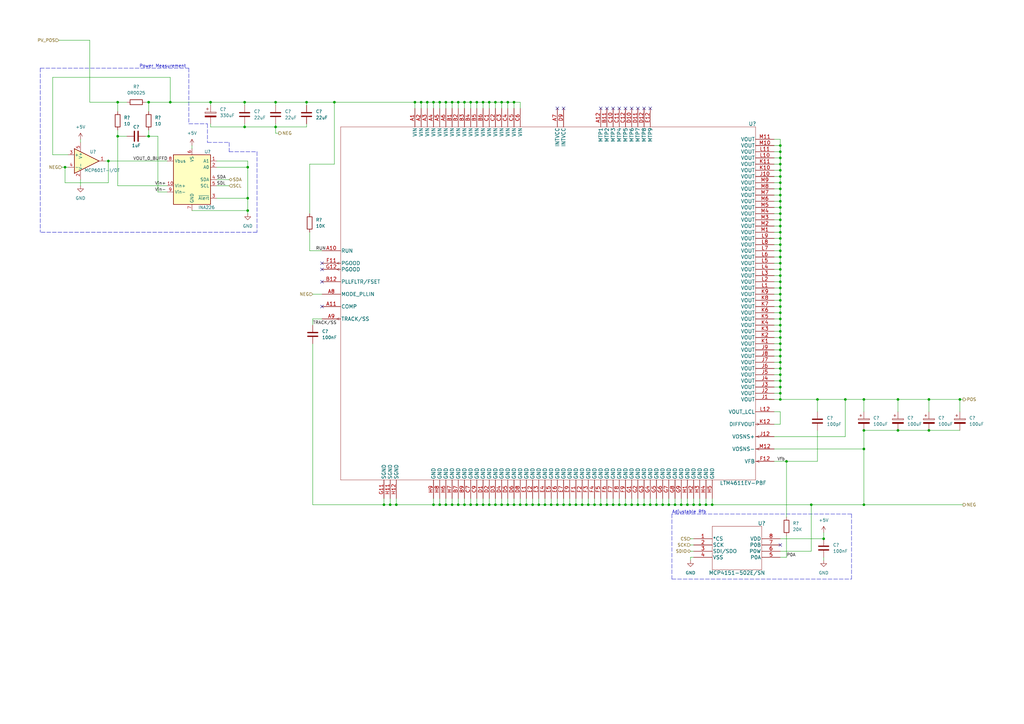
<source format=kicad_sch>
(kicad_sch (version 20211123) (generator eeschema)
  (paper "A3")
  (lib_symbols
    (symbol "Amplifier_Operational:MCP601-xOT" (pin_names (offset 0.127))
      (property "Reference" "U" (at -1.27 6.35 0))
      (property "Value" "MCP601-xOT" (at -1.27 3.81 0))
      (symbol "MCP601-xOT_0_1"
        (polyline (pts (xy -5.08 5.08) (xy 5.08 0) (xy -5.08 -5.08) (xy -5.08 5.08)) (stroke (width 0.254)) (fill (type background)))
        (pin power_in line (at -2.54 -7.62 90) (length 3.81) (name "V-") (number "2"))
        (pin power_in line (at -2.54 7.62 270) (length 3.81) (name "V+") (number "5"))
      )
      (symbol "MCP601-xOT_1_1"
        (pin output line (at 7.62 0 180) (length 2.54) (name "~") (number "1"))
        (pin input line (at -7.62 2.54 0) (length 2.54) (name "+") (number "3"))
        (pin input line (at -7.62 -2.54 0) (length 2.54) (name "-") (number "4"))
      )
    )
    (symbol "Analog_ADC:INA226"
      (property "Reference" "U" (at -6.35 11.43 0))
      (property "Value" "INA226" (at 3.81 11.43 0))
      (symbol "INA226_0_1"
        (rectangle (start 7.62 10.16) (end -7.62 -10.16) (stroke (width 0.254)) (fill (type background)))
      )
      (symbol "INA226_1_1"
        (pin input line (at 10.16 7.62 180) (length 2.54) (name "A1") (number "1"))
        (pin input line (at -10.16 -2.54 0) (length 2.54) (name "Vin+") (number "10"))
        (pin input line (at 10.16 5.08 180) (length 2.54) (name "A0") (number "2"))
        (pin open_collector line (at 10.16 -7.62 180) (length 2.54) (name "~{Alert}") (number "3"))
        (pin bidirectional line (at 10.16 0 180) (length 2.54) (name "SDA") (number "4"))
        (pin input line (at 10.16 -2.54 180) (length 2.54) (name "SCL") (number "5"))
        (pin power_in line (at 0 12.7 270) (length 2.54) (name "VS") (number "6"))
        (pin power_in line (at 0 -12.7 90) (length 2.54) (name "GND") (number "7"))
        (pin input line (at -10.16 7.62 0) (length 2.54) (name "Vbus") (number "8"))
        (pin input line (at -10.16 -5.08 0) (length 2.54) (name "Vin-") (number "9"))
      )
    )
    (symbol "Device:C" (pin_numbers hide) (pin_names (offset 0.254))
      (property "Reference" "C" (at 0.635 2.54 0))
      (property "Value" "C" (at 0.635 -2.54 0))
      (symbol "C_0_1"
        (polyline (pts (xy -2.032 -0.762) (xy 2.032 -0.762)) (stroke (width 0.508)))
        (polyline (pts (xy -2.032 0.762) (xy 2.032 0.762)) (stroke (width 0.508)))
      )
      (symbol "C_1_1"
        (pin passive line (at 0 3.81 270) (length 2.794) (name "~") (number "1"))
        (pin passive line (at 0 -3.81 90) (length 2.794) (name "~") (number "2"))
      )
    )
    (symbol "Device:C_Polarized" (pin_numbers hide) (pin_names (offset 0.254))
      (property "Reference" "C" (at 0.635 2.54 0))
      (property "Value" "C_Polarized" (at 0.635 -2.54 0))
      (symbol "C_Polarized_0_1"
        (rectangle (start -2.286 0.508) (end 2.286 1.016))
        (polyline (pts (xy -1.778 2.286) (xy -0.762 2.286)))
        (polyline (pts (xy -1.27 2.794) (xy -1.27 1.778)))
        (rectangle (start 2.286 -0.508) (end -2.286 -1.016) (fill (type outline)))
      )
      (symbol "C_Polarized_1_1"
        (pin passive line (at 0 3.81 270) (length 2.794) (name "~") (number "1"))
        (pin passive line (at 0 -3.81 90) (length 2.794) (name "~") (number "2"))
      )
    )
    (symbol "Device:R" (pin_numbers hide) (pin_names (offset 0))
      (property "Reference" "R" (at 2.032 0 90))
      (property "Value" "R" (at 0 0 90))
      (symbol "R_0_1"
        (rectangle (start -1.016 -2.54) (end 1.016 2.54) (stroke (width 0.254)))
      )
      (symbol "R_1_1"
        (pin passive line (at 0 3.81 270) (length 1.27) (name "~") (number "1"))
        (pin passive line (at 0 -3.81 90) (length 1.27) (name "~") (number "2"))
      )
    )
    (symbol "LTM4611EV:LTM4611EV-PBF" (pin_names (offset 0.254))
      (property "Reference" "U" (at 7.62 55.88 0))
      (property "Value" "LTM4611EV-PBF" (at 7.62 53.34 0))
      (symbol "LTM4611EV-PBF_1_1"
        (polyline (pts (xy 7.112 -28.448) (xy 6.0452 -27.94)) (stroke (width 0.127)))
        (polyline (pts (xy 7.112 -27.432) (xy 6.0452 -27.94)) (stroke (width 0.127)))
        (polyline (pts (xy 7.112 -8.128) (xy 6.0452 -7.62)) (stroke (width 0.127)))
        (polyline (pts (xy 7.112 -7.112) (xy 6.0452 -7.62)) (stroke (width 0.127)))
        (polyline (pts (xy 7.112 -5.588) (xy 6.0452 -5.08)) (stroke (width 0.127)))
        (polyline (pts (xy 7.112 -4.572) (xy 6.0452 -5.08)) (stroke (width 0.127)))
        (polyline (pts (xy 7.62 -93.98) (xy 177.8 -93.98)) (stroke (width 0.127)))
        (polyline (pts (xy 7.62 50.8) (xy 7.62 -93.98)) (stroke (width 0.127)))
        (polyline (pts (xy 177.8 -93.98) (xy 177.8 50.8)) (stroke (width 0.127)))
        (polyline (pts (xy 177.8 50.8) (xy 7.62 50.8)) (stroke (width 0.127)))
        (polyline (pts (xy 178.308 -86.36) (xy 179.3748 -86.868)) (stroke (width 0.127)))
        (polyline (pts (xy 178.308 -86.36) (xy 179.3748 -85.852)) (stroke (width 0.127)))
        (polyline (pts (xy 178.308 -81.28) (xy 179.3748 -81.788)) (stroke (width 0.127)))
        (polyline (pts (xy 178.308 -81.28) (xy 179.3748 -80.772)) (stroke (width 0.127)))
        (polyline (pts (xy 178.308 -76.2) (xy 179.3748 -76.708)) (stroke (width 0.127)))
        (polyline (pts (xy 178.308 -76.2) (xy 179.3748 -75.692)) (stroke (width 0.127)))
        (polyline (pts (xy 178.308 -71.628) (xy 179.3748 -71.12)) (stroke (width 0.127)))
        (polyline (pts (xy 178.308 -70.612) (xy 179.3748 -71.12)) (stroke (width 0.127)))
        (pin power_in line (at 38.1 58.42 270) (length 7.62) (name "VIN") (number "A1"))
        (pin unspecified line (at 0 0 0) (length 7.62) (name "RUN") (number "A10"))
        (pin unspecified line (at 0 -22.86 0) (length 7.62) (name "COMP") (number "A11"))
        (pin unspecified line (at 114.3 58.42 270) (length 7.62) (name "MTP1") (number "A12"))
        (pin power_in line (at 40.64 58.42 270) (length 7.62) (name "VIN") (number "A2"))
        (pin power_in line (at 43.18 58.42 270) (length 7.62) (name "VIN") (number "A3"))
        (pin power_in line (at 45.72 58.42 270) (length 7.62) (name "VIN") (number "A4"))
        (pin power_in line (at 48.26 58.42 270) (length 7.62) (name "VIN") (number "A5"))
        (pin power_in line (at 50.8 58.42 270) (length 7.62) (name "VIN") (number "A6"))
        (pin power_in line (at 96.52 58.42 270) (length 7.62) (name "INTVCC") (number "A7"))
        (pin unspecified line (at 0 -17.78 0) (length 7.62) (name "MODE_PLLIN") (number "A8"))
        (pin output line (at 0 -27.94 0) (length 7.62) (name "TRACK/SS") (number "A9"))
        (pin power_in line (at 53.34 58.42 270) (length 7.62) (name "VIN") (number "B1"))
        (pin unspecified line (at 116.84 58.42 270) (length 7.62) (name "MTP2") (number "B11"))
        (pin unspecified line (at 0 -12.7 0) (length 7.62) (name "PLLFLTR/FSET") (number "B12"))
        (pin power_in line (at 55.88 58.42 270) (length 7.62) (name "VIN") (number "B2"))
        (pin power_in line (at 58.42 58.42 270) (length 7.62) (name "VIN") (number "B3"))
        (pin power_in line (at 60.96 58.42 270) (length 7.62) (name "VIN") (number "B4"))
        (pin power_in line (at 63.5 58.42 270) (length 7.62) (name "VIN") (number "B5"))
        (pin power_in line (at 66.04 58.42 270) (length 7.62) (name "VIN") (number "B6"))
        (pin power_in line (at 55.88 -101.6 90) (length 7.62) (name "GND") (number "B7"))
        (pin power_in line (at 58.42 -101.6 90) (length 7.62) (name "GND") (number "B9"))
        (pin power_in line (at 68.58 58.42 270) (length 7.62) (name "VIN") (number "C1"))
        (pin unspecified line (at 119.38 58.42 270) (length 7.62) (name "MTP3") (number "C10"))
        (pin unspecified line (at 121.92 58.42 270) (length 7.62) (name "MTP4") (number "C11"))
        (pin unspecified line (at 124.46 58.42 270) (length 7.62) (name "MTP5") (number "C12"))
        (pin power_in line (at 71.12 58.42 270) (length 7.62) (name "VIN") (number "C2"))
        (pin power_in line (at 73.66 58.42 270) (length 7.62) (name "VIN") (number "C3"))
        (pin power_in line (at 76.2 58.42 270) (length 7.62) (name "VIN") (number "C4"))
        (pin power_in line (at 78.74 58.42 270) (length 7.62) (name "VIN") (number "C5"))
        (pin power_in line (at 81.28 58.42 270) (length 7.62) (name "VIN") (number "C6"))
        (pin power_in line (at 60.96 -101.6 90) (length 7.62) (name "GND") (number "C7"))
        (pin power_in line (at 63.5 -101.6 90) (length 7.62) (name "GND") (number "C9"))
        (pin power_in line (at 66.04 -101.6 90) (length 7.62) (name "GND") (number "D1"))
        (pin unspecified line (at 127 58.42 270) (length 7.62) (name "MTP6") (number "D10"))
        (pin unspecified line (at 129.54 58.42 270) (length 7.62) (name "MTP7") (number "D11"))
        (pin unspecified line (at 132.08 58.42 270) (length 7.62) (name "MTP8") (number "D12"))
        (pin power_in line (at 68.58 -101.6 90) (length 7.62) (name "GND") (number "D2"))
        (pin power_in line (at 71.12 -101.6 90) (length 7.62) (name "GND") (number "D3"))
        (pin power_in line (at 73.66 -101.6 90) (length 7.62) (name "GND") (number "D4"))
        (pin power_in line (at 76.2 -101.6 90) (length 7.62) (name "GND") (number "D5"))
        (pin power_in line (at 78.74 -101.6 90) (length 7.62) (name "GND") (number "D6"))
        (pin power_in line (at 81.28 -101.6 90) (length 7.62) (name "GND") (number "D8"))
        (pin power_in line (at 99.06 58.42 270) (length 7.62) (name "INTVCC") (number "D9"))
        (pin power_in line (at 83.82 -101.6 90) (length 7.62) (name "GND") (number "E1"))
        (pin unspecified line (at 134.62 58.42 270) (length 7.62) (name "MTP9") (number "E12"))
        (pin power_in line (at 86.36 -101.6 90) (length 7.62) (name "GND") (number "E2"))
        (pin power_in line (at 88.9 -101.6 90) (length 7.62) (name "GND") (number "E3"))
        (pin power_in line (at 91.44 -101.6 90) (length 7.62) (name "GND") (number "E4"))
        (pin power_in line (at 93.98 -101.6 90) (length 7.62) (name "GND") (number "E5"))
        (pin power_in line (at 96.52 -101.6 90) (length 7.62) (name "GND") (number "E6"))
        (pin power_in line (at 99.06 -101.6 90) (length 7.62) (name "GND") (number "E7"))
        (pin power_in line (at 101.6 -101.6 90) (length 7.62) (name "GND") (number "E9"))
        (pin power_in line (at 104.14 -101.6 90) (length 7.62) (name "GND") (number "F1"))
        (pin output line (at 0 -5.08 0) (length 7.62) (name "PGOOD") (number "F11"))
        (pin input line (at 185.42 -86.36 180) (length 7.62) (name "VFB") (number "F12"))
        (pin power_in line (at 106.68 -101.6 90) (length 7.62) (name "GND") (number "F2"))
        (pin power_in line (at 109.22 -101.6 90) (length 7.62) (name "GND") (number "F3"))
        (pin power_in line (at 111.76 -101.6 90) (length 7.62) (name "GND") (number "F4"))
        (pin power_in line (at 114.3 -101.6 90) (length 7.62) (name "GND") (number "F5"))
        (pin power_in line (at 116.84 -101.6 90) (length 7.62) (name "GND") (number "F6"))
        (pin power_in line (at 119.38 -101.6 90) (length 7.62) (name "GND") (number "F7"))
        (pin power_in line (at 121.92 -101.6 90) (length 7.62) (name "GND") (number "F8"))
        (pin power_in line (at 124.46 -101.6 90) (length 7.62) (name "GND") (number "F9"))
        (pin power_in line (at 127 -101.6 90) (length 7.62) (name "GND") (number "G1"))
        (pin power_in line (at 25.4 -101.6 90) (length 7.62) (name "SGND") (number "G11"))
        (pin output line (at 0 -7.62 0) (length 7.62) (name "PGOOD") (number "G12"))
        (pin power_in line (at 129.54 -101.6 90) (length 7.62) (name "GND") (number "G2"))
        (pin power_in line (at 132.08 -101.6 90) (length 7.62) (name "GND") (number "G3"))
        (pin power_in line (at 134.62 -101.6 90) (length 7.62) (name "GND") (number "G4"))
        (pin power_in line (at 137.16 -101.6 90) (length 7.62) (name "GND") (number "G5"))
        (pin power_in line (at 139.7 -101.6 90) (length 7.62) (name "GND") (number "G6"))
        (pin power_in line (at 142.24 -101.6 90) (length 7.62) (name "GND") (number "G7"))
        (pin power_in line (at 144.78 -101.6 90) (length 7.62) (name "GND") (number "G8"))
        (pin power_in line (at 147.32 -101.6 90) (length 7.62) (name "GND") (number "G9"))
        (pin power_in line (at 149.86 -101.6 90) (length 7.62) (name "GND") (number "H1"))
        (pin power_in line (at 27.94 -101.6 90) (length 7.62) (name "SGND") (number "H11"))
        (pin power_in line (at 30.48 -101.6 90) (length 7.62) (name "SGND") (number "H12"))
        (pin power_in line (at 152.4 -101.6 90) (length 7.62) (name "GND") (number "H2"))
        (pin power_in line (at 154.94 -101.6 90) (length 7.62) (name "GND") (number "H3"))
        (pin power_in line (at 157.48 -101.6 90) (length 7.62) (name "GND") (number "H4"))
        (pin power_in line (at 160.02 -101.6 90) (length 7.62) (name "GND") (number "H5"))
        (pin power_in line (at 50.8 -101.6 90) (length 7.62) (name "GND") (number "H6"))
        (pin power_in line (at 53.34 -101.6 90) (length 7.62) (name "GND") (number "H7"))
        (pin power_in line (at 48.26 -101.6 90) (length 7.62) (name "GND") (number "H8"))
        (pin power_in line (at 45.72 -101.6 90) (length 7.62) (name "GND") (number "H9"))
        (pin power_in line (at 185.42 -60.96 180) (length 7.62) (name "VOUT") (number "J1"))
        (pin power_in line (at 185.42 30.48 180) (length 7.62) (name "VOUT") (number "J10"))
        (pin input line (at 185.42 -76.2 180) (length 7.62) (name "VOSNS+") (number "J12"))
        (pin power_in line (at 185.42 -58.42 180) (length 7.62) (name "VOUT") (number "J2"))
        (pin power_in line (at 185.42 -55.88 180) (length 7.62) (name "VOUT") (number "J3"))
        (pin power_in line (at 185.42 -53.34 180) (length 7.62) (name "VOUT") (number "J4"))
        (pin power_in line (at 185.42 -50.8 180) (length 7.62) (name "VOUT") (number "J5"))
        (pin power_in line (at 185.42 -48.26 180) (length 7.62) (name "VOUT") (number "J6"))
        (pin power_in line (at 185.42 -45.72 180) (length 7.62) (name "VOUT") (number "J7"))
        (pin power_in line (at 185.42 -43.18 180) (length 7.62) (name "VOUT") (number "J8"))
        (pin power_in line (at 185.42 -40.64 180) (length 7.62) (name "VOUT") (number "J9"))
        (pin power_in line (at 185.42 -38.1 180) (length 7.62) (name "VOUT") (number "K1"))
        (pin power_in line (at 185.42 33.02 180) (length 7.62) (name "VOUT") (number "K10"))
        (pin power_in line (at 185.42 35.56 180) (length 7.62) (name "VOUT") (number "K11"))
        (pin output line (at 185.42 -71.12 180) (length 7.62) (name "DIFFVOUT") (number "K12"))
        (pin power_in line (at 185.42 -35.56 180) (length 7.62) (name "VOUT") (number "K2"))
        (pin power_in line (at 185.42 -33.02 180) (length 7.62) (name "VOUT") (number "K3"))
        (pin power_in line (at 185.42 -30.48 180) (length 7.62) (name "VOUT") (number "K4"))
        (pin power_in line (at 185.42 -27.94 180) (length 7.62) (name "VOUT") (number "K5"))
        (pin power_in line (at 185.42 -25.4 180) (length 7.62) (name "VOUT") (number "K6"))
        (pin power_in line (at 185.42 -22.86 180) (length 7.62) (name "VOUT") (number "K7"))
        (pin power_in line (at 185.42 -20.32 180) (length 7.62) (name "VOUT") (number "K8"))
        (pin power_in line (at 185.42 -17.78 180) (length 7.62) (name "VOUT") (number "K9"))
        (pin power_in line (at 185.42 -15.24 180) (length 7.62) (name "VOUT") (number "L1"))
        (pin power_in line (at 185.42 38.1 180) (length 7.62) (name "VOUT") (number "L10"))
        (pin power_in line (at 185.42 40.64 180) (length 7.62) (name "VOUT") (number "L11"))
        (pin power_in line (at 185.42 -66.04 180) (length 7.62) (name "VOUT_LCL") (number "L12"))
        (pin power_in line (at 185.42 -12.7 180) (length 7.62) (name "VOUT") (number "L2"))
        (pin power_in line (at 185.42 -10.16 180) (length 7.62) (name "VOUT") (number "L3"))
        (pin power_in line (at 185.42 -7.62 180) (length 7.62) (name "VOUT") (number "L4"))
        (pin power_in line (at 185.42 -5.08 180) (length 7.62) (name "VOUT") (number "L5"))
        (pin power_in line (at 185.42 -2.54 180) (length 7.62) (name "VOUT") (number "L6"))
        (pin power_in line (at 185.42 0 180) (length 7.62) (name "VOUT") (number "L7"))
        (pin power_in line (at 185.42 2.54 180) (length 7.62) (name "VOUT") (number "L8"))
        (pin power_in line (at 185.42 5.08 180) (length 7.62) (name "VOUT") (number "L9"))
        (pin power_in line (at 185.42 7.62 180) (length 7.62) (name "VOUT") (number "M1"))
        (pin power_in line (at 185.42 43.18 180) (length 7.62) (name "VOUT") (number "M10"))
        (pin power_in line (at 185.42 45.72 180) (length 7.62) (name "VOUT") (number "M11"))
        (pin input line (at 185.42 -81.28 180) (length 7.62) (name "VOSNS-") (number "M12"))
        (pin power_in line (at 185.42 10.16 180) (length 7.62) (name "VOUT") (number "M2"))
        (pin power_in line (at 185.42 12.7 180) (length 7.62) (name "VOUT") (number "M3"))
        (pin power_in line (at 185.42 15.24 180) (length 7.62) (name "VOUT") (number "M4"))
        (pin power_in line (at 185.42 17.78 180) (length 7.62) (name "VOUT") (number "M5"))
        (pin power_in line (at 185.42 20.32 180) (length 7.62) (name "VOUT") (number "M6"))
        (pin power_in line (at 185.42 22.86 180) (length 7.62) (name "VOUT") (number "M7"))
        (pin power_in line (at 185.42 25.4 180) (length 7.62) (name "VOUT") (number "M8"))
        (pin power_in line (at 185.42 27.94 180) (length 7.62) (name "VOUT") (number "M9"))
      )
    )
    (symbol "MCP4151:MCP4151-502E{slash}SN" (pin_names (offset 0.254))
      (property "Reference" "U?" (at 48.26 11.43 0))
      (property "Value" "MCP4151-502E/SN" (at 48.26 7.62 0))
      (symbol "MCP4151-502E{slash}SN_1_1"
        (polyline (pts (xy 38.1 -12.7) (xy 58.42 -12.7)) (stroke (width 0.127)))
        (polyline (pts (xy 38.1 5.08) (xy 38.1 -12.7)) (stroke (width 0.127)))
        (polyline (pts (xy 58.42 -12.7) (xy 58.42 5.08)) (stroke (width 0.127)))
        (polyline (pts (xy 58.42 5.08) (xy 38.1 5.08)) (stroke (width 0.127)))
        (pin unspecified line (at 30.48 0 0) (length 7.62) (name "*CS") (number "1"))
        (pin unspecified line (at 30.48 -2.54 0) (length 7.62) (name "SCK") (number "2"))
        (pin unspecified line (at 30.48 -5.08 0) (length 7.62) (name "SDI/SDO") (number "3"))
        (pin unspecified line (at 30.48 -7.62 0) (length 7.62) (name "VSS") (number "4"))
        (pin unspecified line (at 66.04 -7.62 180) (length 7.62) (name "P0A") (number "5"))
        (pin unspecified line (at 66.04 -5.08 180) (length 7.62) (name "P0W") (number "6"))
        (pin unspecified line (at 66.04 -2.54 180) (length 7.62) (name "P0B") (number "7"))
        (pin unspecified line (at 66.04 0 180) (length 7.62) (name "VDD") (number "8"))
      )
    )
    (symbol "power:+5V" (power) (pin_names (offset 0))
      (property "Value" "+5V" (at 0 3.556 0))
      (symbol "+5V_0_1"
        (polyline (pts (xy -0.762 1.27) (xy 0 2.54)))
        (polyline (pts (xy 0 0) (xy 0 2.54)))
        (polyline (pts (xy 0 2.54) (xy 0.762 1.27)))
      )
      (symbol "+5V_1_1"
        (pin power_in line (at 0 0 90) (length 0) hide (name "+5V") (number "1"))
      )
    )
    (symbol "power:GND" (power) (pin_names (offset 0))
      (property "Value" "GND" (at 0 -3.81 0))
      (symbol "GND_0_1"
        (polyline (pts (xy 0 0) (xy 0 -1.27) (xy 1.27 -1.27) (xy 0 -2.54) (xy -1.27 -1.27) (xy 0 -1.27)))
      )
      (symbol "GND_1_1"
        (pin power_in line (at 0 0 270) (length 0) hide (name "GND") (number "1"))
      )
    )
  )
  (junction (at 289.56 207.01))
  (junction (at 320.04 80.01))
  (junction (at 320.04 140.97))
  (junction (at 281.94 207.01))
  (junction (at 195.58 41.91))
  (junction (at 200.66 41.91))
  (junction (at 368.3 163.83))
  (junction (at 198.12 207.01))
  (junction (at 100.33 41.91))
  (junction (at 208.28 207.01))
  (junction (at 259.08 207.01))
  (junction (at 320.04 118.11))
  (junction (at 346.71 163.83))
  (junction (at 241.3 207.01))
  (junction (at 320.04 138.43))
  (junction (at 26.67 68.58))
  (junction (at 261.62 207.01))
  (junction (at 205.74 41.91))
  (junction (at 284.48 207.01))
  (junction (at 203.2 41.91))
  (junction (at 320.04 123.19))
  (junction (at 320.04 143.51))
  (junction (at 101.6 81.28))
  (junction (at 170.18 41.91))
  (junction (at 248.92 207.01))
  (junction (at 264.16 207.01))
  (junction (at 320.04 115.57))
  (junction (at 160.02 207.01))
  (junction (at 254 207.01))
  (junction (at 172.72 41.91))
  (junction (at 187.96 41.91))
  (junction (at 320.04 82.55))
  (junction (at 190.5 207.01))
  (junction (at 279.4 207.01))
  (junction (at 320.04 146.05))
  (junction (at 320.04 95.25))
  (junction (at 292.1 207.01))
  (junction (at 354.33 207.01))
  (junction (at 60.96 55.88))
  (junction (at 60.96 41.91))
  (junction (at 100.33 52.07))
  (junction (at 182.88 207.01))
  (junction (at 276.86 207.01))
  (junction (at 162.56 207.01))
  (junction (at 320.04 74.93))
  (junction (at 195.58 207.01))
  (junction (at 320.04 64.77))
  (junction (at 210.82 41.91))
  (junction (at 320.04 110.49))
  (junction (at 320.04 92.71))
  (junction (at 243.84 207.01))
  (junction (at 213.36 207.01))
  (junction (at 251.46 207.01))
  (junction (at 320.04 163.83))
  (junction (at 218.44 207.01))
  (junction (at 320.04 135.89))
  (junction (at 320.04 120.65))
  (junction (at 198.12 41.91))
  (junction (at 320.04 125.73))
  (junction (at 271.78 207.01))
  (junction (at 226.06 207.01))
  (junction (at 320.04 148.59))
  (junction (at 320.04 156.21))
  (junction (at 48.26 41.91))
  (junction (at 193.04 41.91))
  (junction (at 320.04 97.79))
  (junction (at 180.34 41.91))
  (junction (at 182.88 41.91))
  (junction (at 332.74 207.01))
  (junction (at 320.04 67.31))
  (junction (at 231.14 207.01))
  (junction (at 320.04 87.63))
  (junction (at 101.6 68.58))
  (junction (at 354.33 163.83))
  (junction (at 266.7 207.01))
  (junction (at 320.04 77.47))
  (junction (at 256.54 207.01))
  (junction (at 48.26 55.88))
  (junction (at 320.04 62.23))
  (junction (at 233.68 207.01))
  (junction (at 381 163.83))
  (junction (at 44.45 66.04))
  (junction (at 320.04 85.09))
  (junction (at 320.04 72.39))
  (junction (at 223.52 207.01))
  (junction (at 320.04 113.03))
  (junction (at 269.24 207.01))
  (junction (at 190.5 41.91))
  (junction (at 320.04 102.87))
  (junction (at 320.04 151.13))
  (junction (at 274.32 207.01))
  (junction (at 69.85 41.91))
  (junction (at 320.04 90.17))
  (junction (at 320.04 153.67))
  (junction (at 175.26 41.91))
  (junction (at 381 176.53))
  (junction (at 208.28 41.91))
  (junction (at 185.42 207.01))
  (junction (at 236.22 207.01))
  (junction (at 320.04 128.27))
  (junction (at 322.58 189.23))
  (junction (at 320.04 59.69))
  (junction (at 320.04 158.75))
  (junction (at 320.04 133.35))
  (junction (at 393.7 163.83))
  (junction (at 177.8 207.01))
  (junction (at 337.82 220.98))
  (junction (at 137.16 41.91))
  (junction (at 228.6 207.01))
  (junction (at 101.6 86.36))
  (junction (at 320.04 105.41))
  (junction (at 125.73 41.91))
  (junction (at 320.04 69.85))
  (junction (at 113.03 52.07))
  (junction (at 86.36 41.91))
  (junction (at 203.2 207.01))
  (junction (at 177.8 41.91))
  (junction (at 287.02 207.01))
  (junction (at 157.48 207.01))
  (junction (at 113.03 41.91))
  (junction (at 187.96 207.01))
  (junction (at 320.04 100.33))
  (junction (at 180.34 207.01))
  (junction (at 320.04 161.29))
  (junction (at 193.04 207.01))
  (junction (at 200.66 207.01))
  (junction (at 368.3 176.53))
  (junction (at 238.76 207.01))
  (junction (at 320.04 107.95))
  (junction (at 220.98 207.01))
  (junction (at 185.42 41.91))
  (junction (at 354.33 184.15))
  (junction (at 215.9 207.01))
  (junction (at 246.38 207.01))
  (junction (at 320.04 130.81))
  (junction (at 205.74 207.01))
  (junction (at 354.33 176.53))
  (junction (at 335.28 163.83))
  (junction (at 210.82 207.01))
  (no_connect (at 264.16 44.45))
  (no_connect (at 266.7 44.45))
  (no_connect (at 261.62 44.45))
  (no_connect (at 259.08 44.45))
  (no_connect (at 132.08 110.49))
  (no_connect (at 231.14 44.45))
  (no_connect (at 132.08 115.57))
  (no_connect (at 320.04 223.52))
  (no_connect (at 132.08 125.73))
  (no_connect (at 256.54 44.45))
  (no_connect (at 251.46 44.45))
  (no_connect (at 132.08 107.95))
  (no_connect (at 254 44.45))
  (no_connect (at 248.92 44.45))
  (no_connect (at 228.6 44.45))
  (no_connect (at 246.38 44.45))
  (wire (pts (xy 251.46 207.01) (xy 254 207.01)))
  (wire (pts (xy 320.04 72.39) (xy 320.04 74.93)))
  (wire (pts (xy 317.5 62.23) (xy 320.04 62.23)))
  (wire (pts (xy 317.5 130.81) (xy 320.04 130.81)))
  (wire (pts (xy 264.16 204.47) (xy 264.16 207.01)))
  (wire (pts (xy 86.36 41.91) (xy 86.36 43.18)))
  (wire (pts (xy 317.5 110.49) (xy 320.04 110.49)))
  (wire (pts (xy 177.8 207.01) (xy 162.56 207.01)))
  (wire (pts (xy 266.7 207.01) (xy 269.24 207.01)))
  (wire (pts (xy 320.04 85.09) (xy 320.04 87.63)))
  (polyline (pts (xy 16.51 27.94) (xy 16.51 95.25)))
  (wire (pts (xy 33.02 57.15) (xy 33.02 58.42)))
  (wire (pts (xy 21.59 63.5) (xy 27.94 63.5)))
  (wire (pts (xy 320.04 130.81) (xy 320.04 133.35)))
  (wire (pts (xy 335.28 163.83) (xy 335.28 168.91)))
  (wire (pts (xy 48.26 55.88) (xy 52.07 55.88)))
  (wire (pts (xy 320.04 153.67) (xy 320.04 156.21)))
  (wire (pts (xy 317.5 184.15) (xy 354.33 184.15)))
  (wire (pts (xy 113.03 50.8) (xy 113.03 52.07)))
  (wire (pts (xy 320.04 123.19) (xy 320.04 125.73)))
  (wire (pts (xy 335.28 176.53) (xy 335.28 189.23)))
  (wire (pts (xy 113.03 41.91) (xy 113.03 43.18)))
  (wire (pts (xy 320.04 115.57) (xy 320.04 118.11)))
  (wire (pts (xy 317.5 153.67) (xy 320.04 153.67)))
  (wire (pts (xy 125.73 41.91) (xy 125.73 43.18)))
  (wire (pts (xy 88.9 76.2) (xy 93.98 76.2)))
  (wire (pts (xy 223.52 207.01) (xy 226.06 207.01)))
  (wire (pts (xy 193.04 41.91) (xy 195.58 41.91)))
  (wire (pts (xy 113.03 52.07) (xy 113.03 54.61)))
  (wire (pts (xy 317.5 64.77) (xy 320.04 64.77)))
  (wire (pts (xy 317.5 133.35) (xy 320.04 133.35)))
  (wire (pts (xy 320.04 59.69) (xy 320.04 62.23)))
  (wire (pts (xy 48.26 76.2) (xy 48.26 55.88)))
  (wire (pts (xy 320.04 90.17) (xy 320.04 92.71)))
  (wire (pts (xy 86.36 41.91) (xy 100.33 41.91)))
  (wire (pts (xy 210.82 204.47) (xy 210.82 207.01)))
  (wire (pts (xy 317.5 57.15) (xy 320.04 57.15)))
  (wire (pts (xy 64.77 55.88) (xy 60.96 55.88)))
  (wire (pts (xy 100.33 52.07) (xy 113.03 52.07)))
  (wire (pts (xy 259.08 204.47) (xy 259.08 207.01)))
  (wire (pts (xy 320.04 62.23) (xy 320.04 64.77)))
  (wire (pts (xy 317.5 120.65) (xy 320.04 120.65)))
  (wire (pts (xy 317.5 156.21) (xy 320.04 156.21)))
  (wire (pts (xy 320.04 118.11) (xy 320.04 120.65)))
  (wire (pts (xy 354.33 176.53) (xy 368.3 176.53)))
  (wire (pts (xy 180.34 207.01) (xy 182.88 207.01)))
  (wire (pts (xy 254 204.47) (xy 254 207.01)))
  (wire (pts (xy 317.5 67.31) (xy 320.04 67.31)))
  (wire (pts (xy 317.5 173.99) (xy 320.04 173.99)))
  (wire (pts (xy 128.27 140.97) (xy 128.27 207.01)))
  (wire (pts (xy 269.24 207.01) (xy 271.78 207.01)))
  (wire (pts (xy 205.74 204.47) (xy 205.74 207.01)))
  (wire (pts (xy 205.74 41.91) (xy 208.28 41.91)))
  (wire (pts (xy 266.7 204.47) (xy 266.7 207.01)))
  (wire (pts (xy 208.28 204.47) (xy 208.28 207.01)))
  (wire (pts (xy 190.5 204.47) (xy 190.5 207.01)))
  (wire (pts (xy 320.04 87.63) (xy 320.04 90.17)))
  (wire (pts (xy 317.5 115.57) (xy 320.04 115.57)))
  (wire (pts (xy 210.82 41.91) (xy 210.82 44.45)))
  (wire (pts (xy 205.74 207.01) (xy 208.28 207.01)))
  (wire (pts (xy 195.58 207.01) (xy 198.12 207.01)))
  (wire (pts (xy 21.59 31.75) (xy 21.59 63.5)))
  (wire (pts (xy 246.38 204.47) (xy 246.38 207.01)))
  (wire (pts (xy 317.5 90.17) (xy 320.04 90.17)))
  (wire (pts (xy 160.02 204.47) (xy 160.02 207.01)))
  (wire (pts (xy 322.58 189.23) (xy 335.28 189.23)))
  (wire (pts (xy 284.48 204.47) (xy 284.48 207.01)))
  (wire (pts (xy 162.56 207.01) (xy 160.02 207.01)))
  (wire (pts (xy 175.26 41.91) (xy 177.8 41.91)))
  (wire (pts (xy 320.04 226.06) (xy 332.74 226.06)))
  (wire (pts (xy 256.54 207.01) (xy 259.08 207.01)))
  (wire (pts (xy 177.8 41.91) (xy 177.8 44.45)))
  (wire (pts (xy 218.44 204.47) (xy 218.44 207.01)))
  (wire (pts (xy 279.4 207.01) (xy 281.94 207.01)))
  (wire (pts (xy 175.26 41.91) (xy 175.26 44.45)))
  (wire (pts (xy 317.5 59.69) (xy 320.04 59.69)))
  (wire (pts (xy 317.5 85.09) (xy 320.04 85.09)))
  (wire (pts (xy 317.5 92.71) (xy 320.04 92.71)))
  (wire (pts (xy 187.96 204.47) (xy 187.96 207.01)))
  (wire (pts (xy 177.8 41.91) (xy 180.34 41.91)))
  (wire (pts (xy 317.5 146.05) (xy 320.04 146.05)))
  (wire (pts (xy 337.82 228.6) (xy 337.82 229.87)))
  (wire (pts (xy 283.21 229.87) (xy 283.21 228.6)))
  (wire (pts (xy 317.5 158.75) (xy 320.04 158.75)))
  (wire (pts (xy 198.12 207.01) (xy 200.66 207.01)))
  (wire (pts (xy 215.9 204.47) (xy 215.9 207.01)))
  (wire (pts (xy 317.5 107.95) (xy 320.04 107.95)))
  (wire (pts (xy 269.24 204.47) (xy 269.24 207.01)))
  (wire (pts (xy 317.5 74.93) (xy 320.04 74.93)))
  (wire (pts (xy 69.85 41.91) (xy 86.36 41.91)))
  (wire (pts (xy 346.71 179.07) (xy 346.71 163.83)))
  (wire (pts (xy 241.3 207.01) (xy 243.84 207.01)))
  (wire (pts (xy 177.8 207.01) (xy 180.34 207.01)))
  (wire (pts (xy 381 176.53) (xy 393.7 176.53)))
  (wire (pts (xy 218.44 207.01) (xy 220.98 207.01)))
  (wire (pts (xy 195.58 41.91) (xy 195.58 44.45)))
  (wire (pts (xy 320.04 151.13) (xy 320.04 153.67)))
  (wire (pts (xy 233.68 204.47) (xy 233.68 207.01)))
  (wire (pts (xy 283.21 228.6) (xy 284.48 228.6)))
  (wire (pts (xy 182.88 207.01) (xy 185.42 207.01)))
  (wire (pts (xy 236.22 207.01) (xy 238.76 207.01)))
  (wire (pts (xy 281.94 207.01) (xy 284.48 207.01)))
  (wire (pts (xy 187.96 41.91) (xy 190.5 41.91)))
  (wire (pts (xy 281.94 204.47) (xy 281.94 207.01)))
  (wire (pts (xy 259.08 207.01) (xy 261.62 207.01)))
  (wire (pts (xy 238.76 204.47) (xy 238.76 207.01)))
  (wire (pts (xy 289.56 207.01) (xy 292.1 207.01)))
  (polyline (pts (xy 275.59 210.82) (xy 275.59 237.49)))
  (wire (pts (xy 228.6 207.01) (xy 231.14 207.01)))
  (polyline (pts (xy 77.47 27.94) (xy 77.47 50.8)))
  (wire (pts (xy 251.46 204.47) (xy 251.46 207.01)))
  (wire (pts (xy 320.04 92.71) (xy 320.04 95.25)))
  (wire (pts (xy 261.62 204.47) (xy 261.62 207.01)))
  (wire (pts (xy 243.84 207.01) (xy 246.38 207.01)))
  (wire (pts (xy 193.04 207.01) (xy 195.58 207.01)))
  (wire (pts (xy 69.85 41.91) (xy 69.85 31.75)))
  (wire (pts (xy 193.04 41.91) (xy 193.04 44.45)))
  (wire (pts (xy 60.96 41.91) (xy 60.96 45.72)))
  (wire (pts (xy 332.74 226.06) (xy 332.74 207.01)))
  (wire (pts (xy 100.33 41.91) (xy 113.03 41.91)))
  (wire (pts (xy 190.5 41.91) (xy 193.04 41.91)))
  (wire (pts (xy 44.45 66.04) (xy 68.58 66.04)))
  (wire (pts (xy 368.3 176.53) (xy 381 176.53)))
  (wire (pts (xy 113.03 52.07) (xy 125.73 52.07)))
  (wire (pts (xy 320.04 80.01) (xy 320.04 82.55)))
  (wire (pts (xy 317.5 123.19) (xy 320.04 123.19)))
  (wire (pts (xy 317.5 82.55) (xy 320.04 82.55)))
  (wire (pts (xy 320.04 69.85) (xy 320.04 72.39)))
  (wire (pts (xy 276.86 204.47) (xy 276.86 207.01)))
  (wire (pts (xy 317.5 69.85) (xy 320.04 69.85)))
  (wire (pts (xy 317.5 87.63) (xy 320.04 87.63)))
  (wire (pts (xy 128.27 133.35) (xy 128.27 130.81)))
  (wire (pts (xy 317.5 97.79) (xy 320.04 97.79)))
  (wire (pts (xy 157.48 204.47) (xy 157.48 207.01)))
  (wire (pts (xy 187.96 41.91) (xy 187.96 44.45)))
  (wire (pts (xy 393.7 163.83) (xy 393.7 168.91)))
  (wire (pts (xy 187.96 207.01) (xy 190.5 207.01)))
  (wire (pts (xy 287.02 207.01) (xy 289.56 207.01)))
  (wire (pts (xy 215.9 207.01) (xy 218.44 207.01)))
  (wire (pts (xy 128.27 120.65) (xy 132.08 120.65)))
  (wire (pts (xy 180.34 41.91) (xy 182.88 41.91)))
  (wire (pts (xy 226.06 204.47) (xy 226.06 207.01)))
  (wire (pts (xy 226.06 207.01) (xy 228.6 207.01)))
  (wire (pts (xy 64.77 55.88) (xy 64.77 78.74)))
  (wire (pts (xy 320.04 82.55) (xy 320.04 85.09)))
  (wire (pts (xy 337.82 218.44) (xy 337.82 220.98)))
  (wire (pts (xy 279.4 204.47) (xy 279.4 207.01)))
  (wire (pts (xy 317.5 161.29) (xy 320.04 161.29)))
  (wire (pts (xy 69.85 31.75) (xy 21.59 31.75)))
  (wire (pts (xy 354.33 207.01) (xy 394.97 207.01)))
  (wire (pts (xy 60.96 41.91) (xy 69.85 41.91)))
  (wire (pts (xy 162.56 204.47) (xy 162.56 207.01)))
  (wire (pts (xy 354.33 184.15) (xy 354.33 207.01)))
  (wire (pts (xy 26.67 68.58) (xy 27.94 68.58)))
  (wire (pts (xy 86.36 50.8) (xy 86.36 52.07)))
  (wire (pts (xy 320.04 120.65) (xy 320.04 123.19)))
  (wire (pts (xy 48.26 76.2) (xy 68.58 76.2)))
  (wire (pts (xy 320.04 173.99) (xy 320.04 168.91)))
  (wire (pts (xy 113.03 54.61) (xy 114.3 54.61)))
  (wire (pts (xy 25.4 68.58) (xy 26.67 68.58)))
  (polyline (pts (xy 85.09 58.42) (xy 93.98 58.42)))
  (wire (pts (xy 228.6 204.47) (xy 228.6 207.01)))
  (wire (pts (xy 88.9 81.28) (xy 101.6 81.28)))
  (wire (pts (xy 185.42 41.91) (xy 185.42 44.45)))
  (wire (pts (xy 274.32 204.47) (xy 274.32 207.01)))
  (wire (pts (xy 231.14 204.47) (xy 231.14 207.01)))
  (wire (pts (xy 193.04 204.47) (xy 193.04 207.01)))
  (wire (pts (xy 317.5 100.33) (xy 320.04 100.33)))
  (wire (pts (xy 185.42 204.47) (xy 185.42 207.01)))
  (wire (pts (xy 317.5 118.11) (xy 320.04 118.11)))
  (wire (pts (xy 320.04 146.05) (xy 320.04 148.59)))
  (wire (pts (xy 170.18 44.45) (xy 170.18 41.91)))
  (polyline (pts (xy 349.25 210.82) (xy 275.59 210.82)))
  (wire (pts (xy 182.88 41.91) (xy 182.88 44.45)))
  (wire (pts (xy 26.67 74.93) (xy 44.45 74.93)))
  (polyline (pts (xy 16.51 27.94) (xy 77.47 27.94)))
  (wire (pts (xy 88.9 66.04) (xy 101.6 66.04)))
  (wire (pts (xy 213.36 41.91) (xy 213.36 44.45)))
  (wire (pts (xy 210.82 41.91) (xy 213.36 41.91)))
  (wire (pts (xy 220.98 204.47) (xy 220.98 207.01)))
  (wire (pts (xy 335.28 163.83) (xy 346.71 163.83)))
  (wire (pts (xy 320.04 135.89) (xy 320.04 138.43)))
  (wire (pts (xy 236.22 204.47) (xy 236.22 207.01)))
  (wire (pts (xy 317.5 148.59) (xy 320.04 148.59)))
  (wire (pts (xy 172.72 41.91) (xy 172.72 44.45)))
  (wire (pts (xy 127 95.25) (xy 127 102.87)))
  (wire (pts (xy 200.66 41.91) (xy 200.66 44.45)))
  (polyline (pts (xy 77.47 50.8) (xy 85.09 50.8)))
  (wire (pts (xy 320.04 57.15) (xy 320.04 59.69)))
  (wire (pts (xy 320.04 125.73) (xy 320.04 128.27)))
  (wire (pts (xy 317.5 143.51) (xy 320.04 143.51)))
  (wire (pts (xy 33.02 73.66) (xy 33.02 76.2)))
  (wire (pts (xy 274.32 207.01) (xy 276.86 207.01)))
  (wire (pts (xy 208.28 207.01) (xy 210.82 207.01)))
  (wire (pts (xy 208.28 41.91) (xy 208.28 44.45)))
  (wire (pts (xy 101.6 81.28) (xy 101.6 86.36)))
  (wire (pts (xy 125.73 50.8) (xy 125.73 52.07)))
  (polyline (pts (xy 93.98 62.23) (xy 105.41 62.23)))
  (wire (pts (xy 317.5 138.43) (xy 320.04 138.43)))
  (wire (pts (xy 190.5 207.01) (xy 193.04 207.01)))
  (wire (pts (xy 320.04 74.93) (xy 320.04 77.47)))
  (wire (pts (xy 381 163.83) (xy 381 168.91)))
  (wire (pts (xy 101.6 66.04) (xy 101.6 68.58)))
  (wire (pts (xy 137.16 67.31) (xy 137.16 41.91)))
  (wire (pts (xy 203.2 41.91) (xy 205.74 41.91)))
  (wire (pts (xy 320.04 161.29) (xy 320.04 163.83)))
  (wire (pts (xy 160.02 207.01) (xy 157.48 207.01)))
  (wire (pts (xy 223.52 204.47) (xy 223.52 207.01)))
  (wire (pts (xy 320.04 77.47) (xy 320.04 80.01)))
  (wire (pts (xy 320.04 97.79) (xy 320.04 100.33)))
  (wire (pts (xy 320.04 158.75) (xy 320.04 161.29)))
  (wire (pts (xy 127 102.87) (xy 132.08 102.87)))
  (wire (pts (xy 317.5 95.25) (xy 320.04 95.25)))
  (wire (pts (xy 332.74 207.01) (xy 354.33 207.01)))
  (wire (pts (xy 254 207.01) (xy 256.54 207.01)))
  (wire (pts (xy 59.69 41.91) (xy 60.96 41.91)))
  (wire (pts (xy 198.12 41.91) (xy 198.12 44.45)))
  (wire (pts (xy 200.66 207.01) (xy 203.2 207.01)))
  (wire (pts (xy 246.38 207.01) (xy 248.92 207.01)))
  (wire (pts (xy 320.04 163.83) (xy 317.5 163.83)))
  (wire (pts (xy 36.83 41.91) (xy 48.26 41.91)))
  (wire (pts (xy 317.5 77.47) (xy 320.04 77.47)))
  (wire (pts (xy 238.76 207.01) (xy 241.3 207.01)))
  (wire (pts (xy 59.69 55.88) (xy 60.96 55.88)))
  (wire (pts (xy 125.73 41.91) (xy 137.16 41.91)))
  (wire (pts (xy 317.5 168.91) (xy 320.04 168.91)))
  (wire (pts (xy 210.82 207.01) (xy 213.36 207.01)))
  (wire (pts (xy 200.66 204.47) (xy 200.66 207.01)))
  (wire (pts (xy 113.03 41.91) (xy 125.73 41.91)))
  (wire (pts (xy 320.04 148.59) (xy 320.04 151.13)))
  (wire (pts (xy 36.83 16.51) (xy 36.83 41.91)))
  (wire (pts (xy 48.26 53.34) (xy 48.26 55.88)))
  (wire (pts (xy 368.3 163.83) (xy 368.3 168.91)))
  (wire (pts (xy 127 67.31) (xy 137.16 67.31)))
  (wire (pts (xy 283.21 226.06) (xy 284.48 226.06)))
  (wire (pts (xy 101.6 86.36) (xy 101.6 87.63)))
  (wire (pts (xy 283.21 220.98) (xy 284.48 220.98)))
  (wire (pts (xy 60.96 55.88) (xy 60.96 53.34)))
  (wire (pts (xy 317.5 102.87) (xy 320.04 102.87)))
  (wire (pts (xy 137.16 41.91) (xy 170.18 41.91)))
  (polyline (pts (xy 349.25 210.82) (xy 349.25 237.49)))
  (wire (pts (xy 320.04 67.31) (xy 320.04 69.85)))
  (wire (pts (xy 64.77 78.74) (xy 68.58 78.74)))
  (wire (pts (xy 203.2 207.01) (xy 205.74 207.01)))
  (wire (pts (xy 198.12 204.47) (xy 198.12 207.01)))
  (wire (pts (xy 354.33 176.53) (xy 354.33 184.15)))
  (wire (pts (xy 320.04 107.95) (xy 320.04 110.49)))
  (wire (pts (xy 78.74 59.69) (xy 78.74 60.96)))
  (wire (pts (xy 195.58 41.91) (xy 198.12 41.91)))
  (wire (pts (xy 393.7 163.83) (xy 394.97 163.83)))
  (wire (pts (xy 256.54 204.47) (xy 256.54 207.01)))
  (wire (pts (xy 231.14 207.01) (xy 233.68 207.01)))
  (wire (pts (xy 170.18 41.91) (xy 172.72 41.91)))
  (wire (pts (xy 320.04 220.98) (xy 337.82 220.98)))
  (wire (pts (xy 233.68 207.01) (xy 236.22 207.01)))
  (wire (pts (xy 317.5 179.07) (xy 346.71 179.07)))
  (wire (pts (xy 317.5 140.97) (xy 320.04 140.97)))
  (wire (pts (xy 127 87.63) (xy 127 67.31)))
  (wire (pts (xy 44.45 66.04) (xy 44.45 74.93)))
  (wire (pts (xy 78.74 86.36) (xy 101.6 86.36)))
  (wire (pts (xy 190.5 41.91) (xy 190.5 44.45)))
  (wire (pts (xy 200.66 41.91) (xy 203.2 41.91)))
  (wire (pts (xy 128.27 207.01) (xy 157.48 207.01)))
  (wire (pts (xy 172.72 41.91) (xy 175.26 41.91)))
  (wire (pts (xy 317.5 128.27) (xy 320.04 128.27)))
  (wire (pts (xy 354.33 163.83) (xy 354.33 168.91)))
  (wire (pts (xy 271.78 207.01) (xy 274.32 207.01)))
  (wire (pts (xy 320.04 110.49) (xy 320.04 113.03)))
  (wire (pts (xy 101.6 68.58) (xy 101.6 81.28)))
  (wire (pts (xy 177.8 204.47) (xy 177.8 207.01)))
  (wire (pts (xy 284.48 207.01) (xy 287.02 207.01)))
  (wire (pts (xy 368.3 163.83) (xy 381 163.83)))
  (wire (pts (xy 317.5 80.01) (xy 320.04 80.01)))
  (wire (pts (xy 317.5 105.41) (xy 320.04 105.41)))
  (polyline (pts (xy 85.09 50.8) (xy 85.09 58.42)))
  (wire (pts (xy 320.04 128.27) (xy 320.04 130.81)))
  (wire (pts (xy 320.04 133.35) (xy 320.04 135.89)))
  (wire (pts (xy 205.74 41.91) (xy 205.74 44.45)))
  (wire (pts (xy 195.58 204.47) (xy 195.58 207.01)))
  (wire (pts (xy 185.42 207.01) (xy 187.96 207.01)))
  (wire (pts (xy 261.62 207.01) (xy 264.16 207.01)))
  (wire (pts (xy 317.5 125.73) (xy 320.04 125.73)))
  (wire (pts (xy 317.5 72.39) (xy 320.04 72.39)))
  (wire (pts (xy 198.12 41.91) (xy 200.66 41.91)))
  (wire (pts (xy 182.88 41.91) (xy 185.42 41.91)))
  (wire (pts (xy 320.04 163.83) (xy 335.28 163.83)))
  (wire (pts (xy 320.04 64.77) (xy 320.04 67.31)))
  (wire (pts (xy 86.36 52.07) (xy 100.33 52.07)))
  (wire (pts (xy 346.71 163.83) (xy 354.33 163.83)))
  (wire (pts (xy 264.16 207.01) (xy 266.7 207.01)))
  (wire (pts (xy 292.1 207.01) (xy 332.74 207.01)))
  (polyline (pts (xy 93.98 58.42) (xy 93.98 62.23)))
  (wire (pts (xy 43.18 66.04) (xy 44.45 66.04)))
  (polyline (pts (xy 105.41 62.23) (xy 105.41 95.25)))
  (wire (pts (xy 185.42 41.91) (xy 187.96 41.91)))
  (wire (pts (xy 322.58 189.23) (xy 322.58 212.09)))
  (wire (pts (xy 100.33 41.91) (xy 100.33 43.18)))
  (wire (pts (xy 128.27 130.81) (xy 132.08 130.81)))
  (wire (pts (xy 320.04 95.25) (xy 320.04 97.79)))
  (wire (pts (xy 26.67 74.93) (xy 26.67 68.58)))
  (wire (pts (xy 320.04 102.87) (xy 320.04 105.41)))
  (wire (pts (xy 276.86 207.01) (xy 279.4 207.01)))
  (wire (pts (xy 208.28 41.91) (xy 210.82 41.91)))
  (wire (pts (xy 100.33 50.8) (xy 100.33 52.07)))
  (wire (pts (xy 320.04 156.21) (xy 320.04 158.75)))
  (wire (pts (xy 241.3 204.47) (xy 241.3 207.01)))
  (wire (pts (xy 320.04 138.43) (xy 320.04 140.97)))
  (wire (pts (xy 180.34 204.47) (xy 180.34 207.01)))
  (wire (pts (xy 248.92 204.47) (xy 248.92 207.01)))
  (wire (pts (xy 292.1 204.47) (xy 292.1 207.01)))
  (wire (pts (xy 180.34 41.91) (xy 180.34 44.45)))
  (wire (pts (xy 48.26 41.91) (xy 52.07 41.91)))
  (wire (pts (xy 320.04 100.33) (xy 320.04 102.87)))
  (wire (pts (xy 317.5 189.23) (xy 322.58 189.23)))
  (wire (pts (xy 88.9 73.66) (xy 93.98 73.66)))
  (wire (pts (xy 243.84 204.47) (xy 243.84 207.01)))
  (wire (pts (xy 289.56 204.47) (xy 289.56 207.01)))
  (polyline (pts (xy 105.41 95.25) (xy 16.51 95.25)))
  (wire (pts (xy 287.02 204.47) (xy 287.02 207.01)))
  (wire (pts (xy 320.04 105.41) (xy 320.04 107.95)))
  (wire (pts (xy 320.04 140.97) (xy 320.04 143.51)))
  (wire (pts (xy 317.5 151.13) (xy 320.04 151.13)))
  (wire (pts (xy 283.21 223.52) (xy 284.48 223.52)))
  (wire (pts (xy 213.36 204.47) (xy 213.36 207.01)))
  (wire (pts (xy 381 163.83) (xy 393.7 163.83)))
  (wire (pts (xy 320.04 113.03) (xy 320.04 115.57)))
  (wire (pts (xy 182.88 204.47) (xy 182.88 207.01)))
  (wire (pts (xy 317.5 113.03) (xy 320.04 113.03)))
  (wire (pts (xy 203.2 41.91) (xy 203.2 44.45)))
  (wire (pts (xy 354.33 163.83) (xy 368.3 163.83)))
  (wire (pts (xy 271.78 204.47) (xy 271.78 207.01)))
  (polyline (pts (xy 275.59 237.49) (xy 349.25 237.49)))
  (wire (pts (xy 320.04 143.51) (xy 320.04 146.05)))
  (wire (pts (xy 203.2 204.47) (xy 203.2 207.01)))
  (wire (pts (xy 320.04 228.6) (xy 322.58 228.6)))
  (wire (pts (xy 322.58 219.71) (xy 322.58 228.6)))
  (wire (pts (xy 220.98 207.01) (xy 223.52 207.01)))
  (wire (pts (xy 248.92 207.01) (xy 251.46 207.01)))
  (wire (pts (xy 213.36 207.01) (xy 215.9 207.01)))
  (wire (pts (xy 88.9 68.58) (xy 101.6 68.58)))
  (wire (pts (xy 48.26 41.91) (xy 48.26 45.72)))
  (wire (pts (xy 317.5 135.89) (xy 320.04 135.89)))
  (wire (pts (xy 24.13 16.51) (xy 36.83 16.51)))
  (text "Adjustable Rfb\n" (at 275.59 210.82 0) (effects (font (size 1.27 1.27)) (justify left bottom)))
  (text "Power Measurement\n" (at 57.15 27.94 0) (effects (font (size 1.27 1.27)) (justify left bottom)))
  (label "P0A" (at 322.58 228.6 0))
  (label "Vin-" (at 63.5 78.74 0))
  (label "SDA" (at 88.9 73.66 0))
  (label "TRACK{slash}SS" (at 128.27 133.35 0))
  (label "Vfb" (at 318.77 189.23 0))
  (label "VOUT_0_BUFFD" (at 54.61 66.04 0))
  (label "Vin+" (at 63.5 76.2 0))
  (label "RUN" (at 129.54 102.87 0))
  (label "SDL" (at 88.9 76.2 0))
  (hierarchical_label "NEG" (shape output) (at 394.97 207.01 0))
  (hierarchical_label "SDIO" (shape bidirectional) (at 283.21 226.06 180))
  (hierarchical_label "SCL" (shape input) (at 93.98 76.2 0))
  (hierarchical_label "SDA" (shape bidirectional) (at 93.98 73.66 0))
  (hierarchical_label "NEG" (shape input) (at 25.4 68.58 180))
  (hierarchical_label "NEG" (shape output) (at 114.3 54.61 0))
  (hierarchical_label "PV_POS" (shape input) (at 24.13 16.51 180))
  (hierarchical_label "POS" (shape output) (at 394.97 163.83 0))
  (hierarchical_label "CS" (shape input) (at 283.21 220.98 180))
  (hierarchical_label "SCK" (shape input) (at 283.21 223.52 180))
  (hierarchical_label "NEG" (shape input) (at 128.27 120.65 180))
  (symbol (lib_id "Device:C") (at 55.88 55.88 90) (unit 1)
    (property "Reference" "C?" (at 55.88 52.07 90))
    (property "Value" "1uF" (at 55.88 59.69 90))
    (property "Footprint" "OptoDevice:R_LDR_4.9x4.2mm_P2.54mm_Vertical" (effects hide))
  )
  (symbol (lib_id "Amplifier_Operational:MCP601-xOT") (at 35.56 66.04 0) (unit 1)
    (property "Reference" "U?" (at 38.1 62.23 0))
    (property "Value" "MCP601T-I/OT" (at 41.91 69.85 0))
    (property "Footprint" "Package_TO_SOT_SMD:SOT-23-5" (effects hide))
    (property "Datasheet" "http://ww1.microchip.com/downloads/en/DeviceDoc/21314g.pdf" (effects hide))
  )
  (symbol (lib_id "Device:C") (at 337.82 224.79 0) (unit 1)
    (property "Reference" "C?" (at 341.63 223.5199 0) (effects (justify left)))
    (property "Value" "100nF" (at 341.63 226.0599 0) (effects (justify left)))
  )
  (symbol (lib_id "Device:C_Polarized") (at 368.3 172.72 0) (unit 1)
    (property "Reference" "C?" (at 372.0895 171.4075 0) (effects (justify left)))
    (property "Value" "100uF" (at 372.0895 173.9475 0) (effects (justify left)))
  )
  (symbol (lib_id "power:GND") (at 283.21 229.87 0) (unit 1)
    (property "Reference" "#PWR?" (effects hide))
    (property "Value" "GND" (at 283.21 234.95 0))
  )
  (symbol (lib_id "power:+5V") (at 337.82 218.44 0) (unit 1)
    (property "Reference" "#PWR?" (effects hide))
    (property "Value" "+5V" (at 337.82 213.36 0))
  )
  (symbol (lib_id "Device:C") (at 113.03 46.99 0) (unit 1)
    (property "Reference" "C?" (at 116.84 45.7199 0) (effects (justify left)))
    (property "Value" "22uF" (at 116.84 48.2599 0) (effects (justify left)))
  )
  (symbol (lib_id "Analog_ADC:INA226") (at 78.74 73.66 0) (unit 1)
    (property "Reference" "U?" (at 83.82 62.23 0) (effects (justify left)))
    (property "Value" "INA226" (at 81.28 85.09 0) (effects (justify left)))
    (property "Footprint" "Package_SO:VSSOP-10_3x3mm_P0.5mm" (effects hide))
    (property "Datasheet" "http://www.ti.com/lit/ds/symlink/ina226.pdf" (effects hide))
  )
  (symbol (lib_id "Device:R") (at 55.88 41.91 90) (unit 1)
    (property "Reference" "R?" (at 55.88 35.56 90))
    (property "Value" "0R0025" (at 55.88 38.1 90))
  )
  (symbol (lib_id "power:+5V") (at 78.74 59.69 0) (unit 1)
    (property "Reference" "#PWR?" (effects hide))
    (property "Value" "+5V" (at 78.74 54.61 0))
  )
  (symbol (lib_id "Device:C_Polarized") (at 86.36 46.99 0) (unit 1)
    (property "Reference" "C?" (at 90.17 44.8309 0) (effects (justify left)))
    (property "Value" "330uF" (at 90.17 47.3709 0) (effects (justify left)))
  )
  (symbol (lib_id "Device:C") (at 335.28 172.72 0) (unit 1)
    (property "Reference" "C?" (at 339.09 171.4499 0) (effects (justify left)))
    (property "Value" "100pF" (at 339.09 173.9899 0) (effects (justify left)))
  )
  (symbol (lib_id "MCP4151:MCP4151-502E{slash}SN") (at 254 220.98 0) (unit 1)
    (property "Reference" "U?" (at 312.42 214.63 0) (effects (font (size 1.524 1.524))))
    (property "Value" "MCP4151-502E/SN" (at 302.26 234.95 0) (effects (font (size 1.524 1.524))))
    (property "Footprint" "SOIC8-N_MC_MCH" (effects hide))
  )
  (symbol (lib_id "power:GND") (at 33.02 76.2 0) (unit 1)
    (property "Reference" "#PWR?" (effects hide))
    (property "Value" "GND" (at 33.02 81.28 0))
  )
  (symbol (lib_id "Device:C_Polarized") (at 393.7 172.72 0) (unit 1)
    (property "Reference" "C?" (at 397.4895 171.4075 0) (effects (justify left)))
    (property "Value" "100uF" (at 397.4895 173.9475 0) (effects (justify left)))
  )
  (symbol (lib_id "power:GND") (at 337.82 229.87 0) (unit 1)
    (property "Reference" "#PWR?" (effects hide))
    (property "Value" "GND" (at 337.82 234.95 0))
  )
  (symbol (lib_id "Device:C") (at 100.33 46.99 0) (unit 1)
    (property "Reference" "C?" (at 104.14 45.7199 0) (effects (justify left)))
    (property "Value" "22uF" (at 104.14 48.2599 0) (effects (justify left)))
  )
  (symbol (lib_id "Device:R") (at 48.26 49.53 0) (unit 1)
    (property "Reference" "R?" (at 50.8 48.2599 0) (effects (justify left)))
    (property "Value" "10" (at 50.8 50.7999 0) (effects (justify left)))
  )
  (symbol (lib_id "Device:C") (at 125.73 46.99 0) (unit 1)
    (property "Reference" "C?" (at 129.54 45.7199 0) (effects (justify left)))
    (property "Value" "22uF" (at 129.54 48.2599 0) (effects (justify left)))
  )
  (symbol (lib_id "Device:R") (at 322.58 215.9 0) (unit 1)
    (property "Reference" "R?" (at 325.12 214.6299 0) (effects (justify left)))
    (property "Value" "20K" (at 325.12 217.1699 0) (effects (justify left)))
  )
  (symbol (lib_id "power:+5V") (at 33.02 57.15 0) (unit 1)
    (property "Reference" "#PWR?" (effects hide))
    (property "Value" "+5V" (at 33.02 52.07 0))
  )
  (symbol (lib_id "Device:C_Polarized") (at 354.33 172.72 0) (unit 1)
    (property "Reference" "C?" (at 358.1195 171.4075 0) (effects (justify left)))
    (property "Value" "100uF" (at 358.1195 173.9475 0) (effects (justify left)))
  )
  (symbol (lib_id "LTM4611EV:LTM4611EV-PBF") (at 132.08 102.87 0) (unit 1)
    (property "Reference" "U?" (at 308.61 50.8 0) (effects (font (size 1.524 1.524))))
    (property "Value" "LTM4611EV-PBF" (at 304.8 198.12 0) (effects (font (size 1.524 1.524))))
    (property "Footprint" "LGA-133_3_LIT" (effects hide))
  )
  (symbol (lib_id "Device:R") (at 60.96 49.53 0) (unit 1)
    (property "Reference" "R?" (at 63.5 48.2599 0) (effects (justify left)))
    (property "Value" "10" (at 63.5 50.7999 0) (effects (justify left)))
  )
  (symbol (lib_id "power:GND") (at 101.6 87.63 0) (unit 1)
    (property "Reference" "#PWR?" (effects hide))
    (property "Value" "GND" (at 101.6 92.71 0))
  )
  (symbol (lib_id "Device:R") (at 127 91.44 0) (unit 1)
    (property "Reference" "R?" (at 129.54 90.1699 0) (effects (justify left)))
    (property "Value" "10K" (at 129.54 92.7099 0) (effects (justify left)))
  )
  (symbol (lib_id "Device:C") (at 128.27 137.16 0) (unit 1)
    (property "Reference" "C?" (at 132.08 135.8899 0) (effects (justify left)))
    (property "Value" "100nF" (at 132.08 138.4299 0) (effects (justify left)))
  )
  (symbol (lib_id "Device:C_Polarized") (at 381 172.72 0) (unit 1)
    (property "Reference" "C?" (at 384.7895 171.4075 0) (effects (justify left)))
    (property "Value" "100uF" (at 384.7895 173.9475 0) (effects (justify left)))
  )
)
</source>
